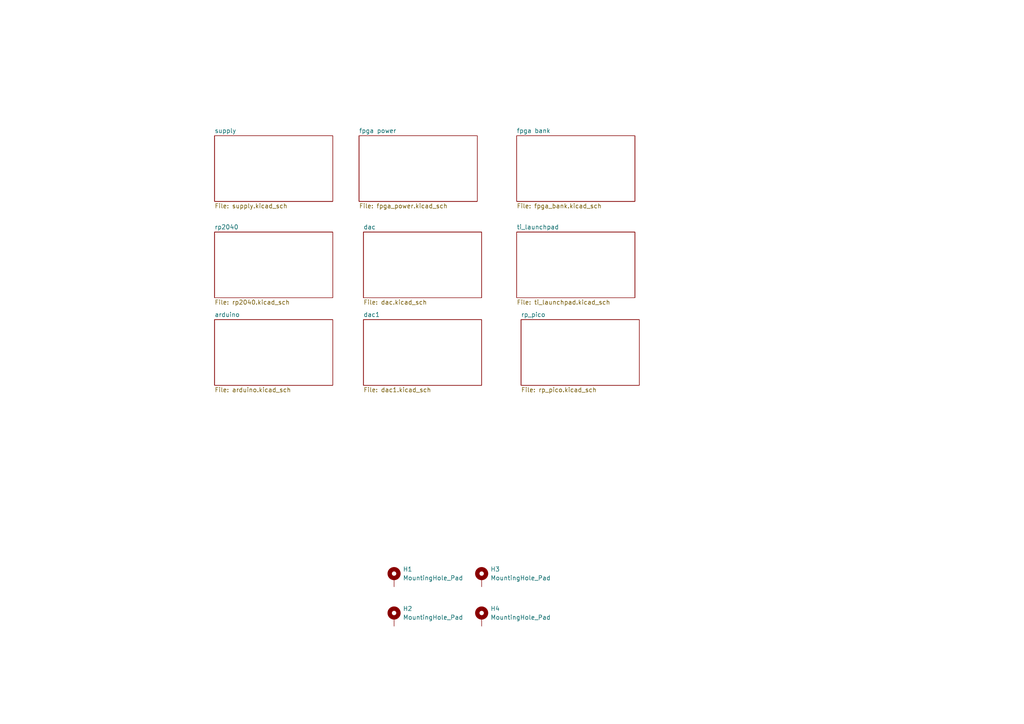
<source format=kicad_sch>
(kicad_sch (version 20231120) (generator "eeschema") (generator_version "8.0")
  (paper "A4")
  (lib_symbols
    (symbol "Mechanical:MountingHole_Pad" (pin_numbers hide) (pin_names (offset 1.016) hide) (exclude_from_sim yes) (in_bom no)
      (property "Reference" "H" (at 0 6.35 0))
      (property "Value" "MountingHole_Pad" (at 0 4.445 0))
      (symbol "MountingHole_Pad_0_1"
        (circle (center 0 1.27) (radius 1.27) (stroke (width 1.27)))
      )
      (symbol "MountingHole_Pad_1_1"
        (pin input line (at 0 -2.54 90) (length 2.54) (name "1") (number "1"))
      )
    )
  )
  (symbol (lib_id "Mechanical:MountingHole_Pad") (at 114.3 179.07 0) (unit 1) (exclude_from_sim yes) (in_bom no)
    (property "Reference" "H2" (at 116.84 176.5299 0) (effects (justify left)))
    (property "Value" "MountingHole_Pad" (at 116.84 179.0699 0) (effects (justify left)))
    (property "Footprint" "MountingHole:MountingHole_3.2mm_M3_Pad" (effects (hide yes)))
    (property "Description" "Mounting Hole with connection" (effects (hide yes)))
  )
  (symbol (lib_id "Mechanical:MountingHole_Pad") (at 139.7 167.64 0) (unit 1) (exclude_from_sim yes) (in_bom no)
    (property "Reference" "H3" (at 142.24 165.0999 0) (effects (justify left)))
    (property "Value" "MountingHole_Pad" (at 142.24 167.6399 0) (effects (justify left)))
    (property "Footprint" "MountingHole:MountingHole_3.2mm_M3_Pad" (effects (hide yes)))
    (property "Description" "Mounting Hole with connection" (effects (hide yes)))
  )
  (symbol (lib_id "Mechanical:MountingHole_Pad") (at 139.7 179.07 0) (unit 1) (exclude_from_sim yes) (in_bom no)
    (property "Reference" "H4" (at 142.24 176.5299 0) (effects (justify left)))
    (property "Value" "MountingHole_Pad" (at 142.24 179.0699 0) (effects (justify left)))
    (property "Footprint" "MountingHole:MountingHole_3.2mm_M3_Pad" (effects (hide yes)))
    (property "Description" "Mounting Hole with connection" (effects (hide yes)))
  )
  (symbol (lib_id "Mechanical:MountingHole_Pad") (at 114.3 167.64 0) (unit 1) (exclude_from_sim yes) (in_bom no)
    (property "Reference" "H1" (at 116.84 165.0999 0) (effects (justify left)))
    (property "Value" "MountingHole_Pad" (at 116.84 167.6399 0) (effects (justify left)))
    (property "Footprint" "MountingHole:MountingHole_3.2mm_M3_Pad" (effects (hide yes)))
    (property "Description" "Mounting Hole with connection" (effects (hide yes)))
  )
  (sheet (at 149.86 39.37) (size 34.29 19.05) (stroke (width 0.1524))
    (property "Sheetname" "fpga bank" (at 149.86 38.6584 0) (effects (justify left bottom)))
    (property "Sheetfile" "fpga_bank.kicad_sch" (at 149.86 59.0046 0) (effects (justify left top)))
  )
  (sheet (at 104.14 39.37) (size 34.29 19.05) (stroke (width 0.1524))
    (property "Sheetname" "fpga power" (at 104.14 38.6584 0) (effects (justify left bottom)))
    (property "Sheetfile" "fpga_power.kicad_sch" (at 104.14 59.0046 0) (effects (justify left top)))
  )
  (sheet (at 62.23 92.71) (size 34.29 19.05) (stroke (width 0.1524))
    (property "Sheetname" "arduino" (at 62.23 91.9984 0) (effects (justify left bottom)))
    (property "Sheetfile" "arduino.kicad_sch" (at 62.23 112.3446 0) (effects (justify left top)))
  )
  (sheet (at 105.41 92.71) (size 34.29 19.05) (stroke (width 0.1524))
    (property "Sheetname" "dac1" (at 105.41 91.9984 0) (effects (justify left bottom)))
    (property "Sheetfile" "dac1.kicad_sch" (at 105.41 112.3446 0) (effects (justify left top)))
  )
  (sheet (at 105.41 67.31) (size 34.29 19.05) (stroke (width 0.1524))
    (property "Sheetname" "dac" (at 105.41 66.5984 0) (effects (justify left bottom)))
    (property "Sheetfile" "dac.kicad_sch" (at 105.41 86.9446 0) (effects (justify left top)))
  )
  (sheet (at 149.86 67.31) (size 34.29 19.05) (stroke (width 0.1524))
    (property "Sheetname" "ti_launchpad" (at 149.86 66.5984 0) (effects (justify left bottom)))
    (property "Sheetfile" "ti_launchpad.kicad_sch" (at 149.86 86.9446 0) (effects (justify left top)))
  )
  (sheet (at 62.23 67.31) (size 34.29 19.05) (stroke (width 0.1524))
    (property "Sheetname" "rp2040" (at 62.23 66.5984 0) (effects (justify left bottom)))
    (property "Sheetfile" "rp2040.kicad_sch" (at 62.23 86.9446 0) (effects (justify left top)))
  )
  (sheet (at 62.23 39.37) (size 34.29 19.05) (stroke (width 0.1524))
    (property "Sheetname" "supply" (at 62.23 38.6584 0) (effects (justify left bottom)))
    (property "Sheetfile" "supply.kicad_sch" (at 62.23 59.0046 0) (effects (justify left top)))
  )
  (sheet (at 151.13 92.71) (size 34.29 19.05) (stroke (width 0.1524))
    (property "Sheetname" "rp_pico" (at 151.13 91.9984 0) (effects (justify left bottom)))
    (property "Sheetfile" "rp_pico.kicad_sch" (at 151.13 112.3446 0) (effects (justify left top)))
  )
)
</source>
